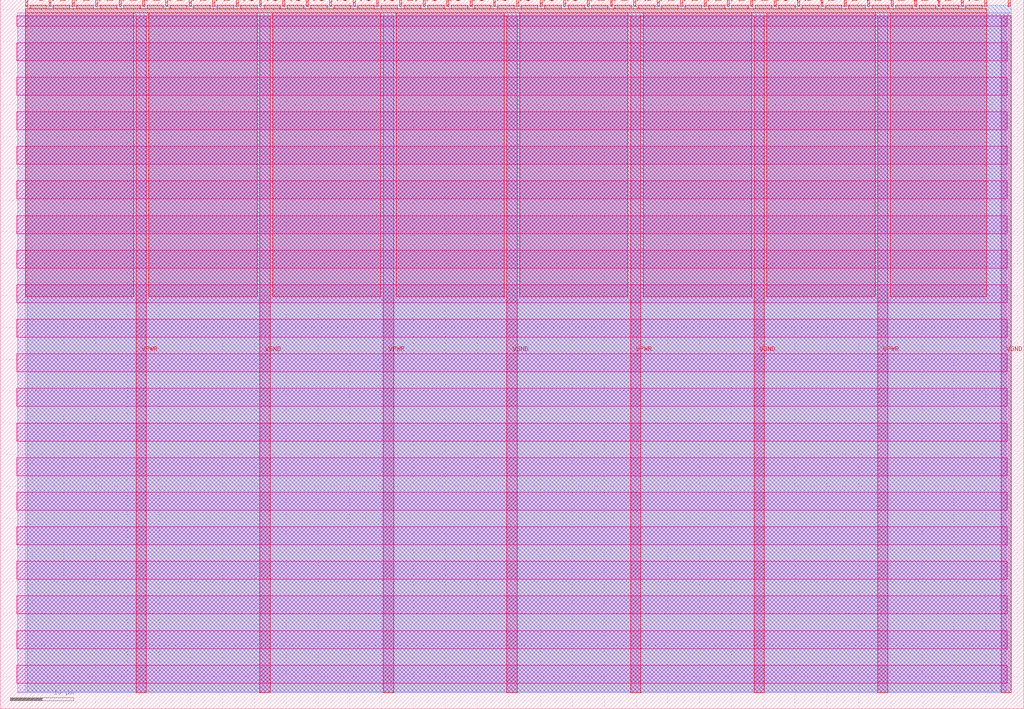
<source format=lef>
VERSION 5.7 ;
  NOWIREEXTENSIONATPIN ON ;
  DIVIDERCHAR "/" ;
  BUSBITCHARS "[]" ;
MACRO tt_um_multiplier_mbm
  CLASS BLOCK ;
  FOREIGN tt_um_multiplier_mbm ;
  ORIGIN 0.000 0.000 ;
  SIZE 161.000 BY 111.520 ;
  PIN VGND
    DIRECTION INOUT ;
    USE GROUND ;
    PORT
      LAYER met4 ;
        RECT 40.830 2.480 42.430 109.040 ;
    END
    PORT
      LAYER met4 ;
        RECT 79.700 2.480 81.300 109.040 ;
    END
    PORT
      LAYER met4 ;
        RECT 118.570 2.480 120.170 109.040 ;
    END
    PORT
      LAYER met4 ;
        RECT 157.440 2.480 159.040 109.040 ;
    END
  END VGND
  PIN VPWR
    DIRECTION INOUT ;
    USE POWER ;
    PORT
      LAYER met4 ;
        RECT 21.395 2.480 22.995 109.040 ;
    END
    PORT
      LAYER met4 ;
        RECT 60.265 2.480 61.865 109.040 ;
    END
    PORT
      LAYER met4 ;
        RECT 99.135 2.480 100.735 109.040 ;
    END
    PORT
      LAYER met4 ;
        RECT 138.005 2.480 139.605 109.040 ;
    END
  END VPWR
  PIN clk
    DIRECTION INPUT ;
    USE SIGNAL ;
    ANTENNAGATEAREA 0.852000 ;
    PORT
      LAYER met4 ;
        RECT 154.870 110.520 155.170 111.520 ;
    END
  END clk
  PIN ena
    DIRECTION INPUT ;
    USE SIGNAL ;
    PORT
      LAYER met4 ;
        RECT 158.550 110.520 158.850 111.520 ;
    END
  END ena
  PIN rst_n
    DIRECTION INPUT ;
    USE SIGNAL ;
    PORT
      LAYER met4 ;
        RECT 151.190 110.520 151.490 111.520 ;
    END
  END rst_n
  PIN ui_in[0]
    DIRECTION INPUT ;
    USE SIGNAL ;
    ANTENNAGATEAREA 0.196500 ;
    PORT
      LAYER met4 ;
        RECT 147.510 110.520 147.810 111.520 ;
    END
  END ui_in[0]
  PIN ui_in[1]
    DIRECTION INPUT ;
    USE SIGNAL ;
    ANTENNAGATEAREA 0.196500 ;
    PORT
      LAYER met4 ;
        RECT 143.830 110.520 144.130 111.520 ;
    END
  END ui_in[1]
  PIN ui_in[2]
    DIRECTION INPUT ;
    USE SIGNAL ;
    ANTENNAGATEAREA 0.196500 ;
    PORT
      LAYER met4 ;
        RECT 140.150 110.520 140.450 111.520 ;
    END
  END ui_in[2]
  PIN ui_in[3]
    DIRECTION INPUT ;
    USE SIGNAL ;
    ANTENNAGATEAREA 0.196500 ;
    PORT
      LAYER met4 ;
        RECT 136.470 110.520 136.770 111.520 ;
    END
  END ui_in[3]
  PIN ui_in[4]
    DIRECTION INPUT ;
    USE SIGNAL ;
    ANTENNAGATEAREA 0.196500 ;
    PORT
      LAYER met4 ;
        RECT 132.790 110.520 133.090 111.520 ;
    END
  END ui_in[4]
  PIN ui_in[5]
    DIRECTION INPUT ;
    USE SIGNAL ;
    ANTENNAGATEAREA 0.196500 ;
    PORT
      LAYER met4 ;
        RECT 129.110 110.520 129.410 111.520 ;
    END
  END ui_in[5]
  PIN ui_in[6]
    DIRECTION INPUT ;
    USE SIGNAL ;
    ANTENNAGATEAREA 0.196500 ;
    PORT
      LAYER met4 ;
        RECT 125.430 110.520 125.730 111.520 ;
    END
  END ui_in[6]
  PIN ui_in[7]
    DIRECTION INPUT ;
    USE SIGNAL ;
    ANTENNAGATEAREA 0.196500 ;
    PORT
      LAYER met4 ;
        RECT 121.750 110.520 122.050 111.520 ;
    END
  END ui_in[7]
  PIN uio_in[0]
    DIRECTION INPUT ;
    USE SIGNAL ;
    ANTENNAGATEAREA 0.196500 ;
    PORT
      LAYER met4 ;
        RECT 118.070 110.520 118.370 111.520 ;
    END
  END uio_in[0]
  PIN uio_in[1]
    DIRECTION INPUT ;
    USE SIGNAL ;
    ANTENNAGATEAREA 0.196500 ;
    PORT
      LAYER met4 ;
        RECT 114.390 110.520 114.690 111.520 ;
    END
  END uio_in[1]
  PIN uio_in[2]
    DIRECTION INPUT ;
    USE SIGNAL ;
    ANTENNAGATEAREA 0.213000 ;
    PORT
      LAYER met4 ;
        RECT 110.710 110.520 111.010 111.520 ;
    END
  END uio_in[2]
  PIN uio_in[3]
    DIRECTION INPUT ;
    USE SIGNAL ;
    ANTENNAGATEAREA 0.213000 ;
    PORT
      LAYER met4 ;
        RECT 107.030 110.520 107.330 111.520 ;
    END
  END uio_in[3]
  PIN uio_in[4]
    DIRECTION INPUT ;
    USE SIGNAL ;
    ANTENNAGATEAREA 0.213000 ;
    PORT
      LAYER met4 ;
        RECT 103.350 110.520 103.650 111.520 ;
    END
  END uio_in[4]
  PIN uio_in[5]
    DIRECTION INPUT ;
    USE SIGNAL ;
    ANTENNAGATEAREA 0.196500 ;
    PORT
      LAYER met4 ;
        RECT 99.670 110.520 99.970 111.520 ;
    END
  END uio_in[5]
  PIN uio_in[6]
    DIRECTION INPUT ;
    USE SIGNAL ;
    ANTENNAGATEAREA 0.196500 ;
    PORT
      LAYER met4 ;
        RECT 95.990 110.520 96.290 111.520 ;
    END
  END uio_in[6]
  PIN uio_in[7]
    DIRECTION INPUT ;
    USE SIGNAL ;
    ANTENNAGATEAREA 0.126000 ;
    PORT
      LAYER met4 ;
        RECT 92.310 110.520 92.610 111.520 ;
    END
  END uio_in[7]
  PIN uio_oe[0]
    DIRECTION OUTPUT TRISTATE ;
    USE SIGNAL ;
    PORT
      LAYER met4 ;
        RECT 29.750 110.520 30.050 111.520 ;
    END
  END uio_oe[0]
  PIN uio_oe[1]
    DIRECTION OUTPUT TRISTATE ;
    USE SIGNAL ;
    PORT
      LAYER met4 ;
        RECT 26.070 110.520 26.370 111.520 ;
    END
  END uio_oe[1]
  PIN uio_oe[2]
    DIRECTION OUTPUT TRISTATE ;
    USE SIGNAL ;
    PORT
      LAYER met4 ;
        RECT 22.390 110.520 22.690 111.520 ;
    END
  END uio_oe[2]
  PIN uio_oe[3]
    DIRECTION OUTPUT TRISTATE ;
    USE SIGNAL ;
    PORT
      LAYER met4 ;
        RECT 18.710 110.520 19.010 111.520 ;
    END
  END uio_oe[3]
  PIN uio_oe[4]
    DIRECTION OUTPUT TRISTATE ;
    USE SIGNAL ;
    PORT
      LAYER met4 ;
        RECT 15.030 110.520 15.330 111.520 ;
    END
  END uio_oe[4]
  PIN uio_oe[5]
    DIRECTION OUTPUT TRISTATE ;
    USE SIGNAL ;
    PORT
      LAYER met4 ;
        RECT 11.350 110.520 11.650 111.520 ;
    END
  END uio_oe[5]
  PIN uio_oe[6]
    DIRECTION OUTPUT TRISTATE ;
    USE SIGNAL ;
    PORT
      LAYER met4 ;
        RECT 7.670 110.520 7.970 111.520 ;
    END
  END uio_oe[6]
  PIN uio_oe[7]
    DIRECTION OUTPUT TRISTATE ;
    USE SIGNAL ;
    PORT
      LAYER met4 ;
        RECT 3.990 110.520 4.290 111.520 ;
    END
  END uio_oe[7]
  PIN uio_out[0]
    DIRECTION OUTPUT TRISTATE ;
    USE SIGNAL ;
    ANTENNADIFFAREA 0.445500 ;
    PORT
      LAYER met4 ;
        RECT 59.190 110.520 59.490 111.520 ;
    END
  END uio_out[0]
  PIN uio_out[1]
    DIRECTION OUTPUT TRISTATE ;
    USE SIGNAL ;
    ANTENNADIFFAREA 0.445500 ;
    PORT
      LAYER met4 ;
        RECT 55.510 110.520 55.810 111.520 ;
    END
  END uio_out[1]
  PIN uio_out[2]
    DIRECTION OUTPUT TRISTATE ;
    USE SIGNAL ;
    ANTENNADIFFAREA 0.445500 ;
    PORT
      LAYER met4 ;
        RECT 51.830 110.520 52.130 111.520 ;
    END
  END uio_out[2]
  PIN uio_out[3]
    DIRECTION OUTPUT TRISTATE ;
    USE SIGNAL ;
    ANTENNADIFFAREA 0.445500 ;
    PORT
      LAYER met4 ;
        RECT 48.150 110.520 48.450 111.520 ;
    END
  END uio_out[3]
  PIN uio_out[4]
    DIRECTION OUTPUT TRISTATE ;
    USE SIGNAL ;
    ANTENNADIFFAREA 0.445500 ;
    PORT
      LAYER met4 ;
        RECT 44.470 110.520 44.770 111.520 ;
    END
  END uio_out[4]
  PIN uio_out[5]
    DIRECTION OUTPUT TRISTATE ;
    USE SIGNAL ;
    ANTENNADIFFAREA 0.445500 ;
    PORT
      LAYER met4 ;
        RECT 40.790 110.520 41.090 111.520 ;
    END
  END uio_out[5]
  PIN uio_out[6]
    DIRECTION OUTPUT TRISTATE ;
    USE SIGNAL ;
    ANTENNADIFFAREA 0.445500 ;
    PORT
      LAYER met4 ;
        RECT 37.110 110.520 37.410 111.520 ;
    END
  END uio_out[6]
  PIN uio_out[7]
    DIRECTION OUTPUT TRISTATE ;
    USE SIGNAL ;
    ANTENNADIFFAREA 0.445500 ;
    PORT
      LAYER met4 ;
        RECT 33.430 110.520 33.730 111.520 ;
    END
  END uio_out[7]
  PIN uo_out[0]
    DIRECTION OUTPUT TRISTATE ;
    USE SIGNAL ;
    ANTENNADIFFAREA 0.445500 ;
    PORT
      LAYER met4 ;
        RECT 88.630 110.520 88.930 111.520 ;
    END
  END uo_out[0]
  PIN uo_out[1]
    DIRECTION OUTPUT TRISTATE ;
    USE SIGNAL ;
    ANTENNADIFFAREA 0.445500 ;
    PORT
      LAYER met4 ;
        RECT 84.950 110.520 85.250 111.520 ;
    END
  END uo_out[1]
  PIN uo_out[2]
    DIRECTION OUTPUT TRISTATE ;
    USE SIGNAL ;
    ANTENNADIFFAREA 0.445500 ;
    PORT
      LAYER met4 ;
        RECT 81.270 110.520 81.570 111.520 ;
    END
  END uo_out[2]
  PIN uo_out[3]
    DIRECTION OUTPUT TRISTATE ;
    USE SIGNAL ;
    ANTENNADIFFAREA 0.445500 ;
    PORT
      LAYER met4 ;
        RECT 77.590 110.520 77.890 111.520 ;
    END
  END uo_out[3]
  PIN uo_out[4]
    DIRECTION OUTPUT TRISTATE ;
    USE SIGNAL ;
    ANTENNADIFFAREA 0.445500 ;
    PORT
      LAYER met4 ;
        RECT 73.910 110.520 74.210 111.520 ;
    END
  END uo_out[4]
  PIN uo_out[5]
    DIRECTION OUTPUT TRISTATE ;
    USE SIGNAL ;
    ANTENNADIFFAREA 0.445500 ;
    PORT
      LAYER met4 ;
        RECT 70.230 110.520 70.530 111.520 ;
    END
  END uo_out[5]
  PIN uo_out[6]
    DIRECTION OUTPUT TRISTATE ;
    USE SIGNAL ;
    ANTENNADIFFAREA 0.445500 ;
    PORT
      LAYER met4 ;
        RECT 66.550 110.520 66.850 111.520 ;
    END
  END uo_out[6]
  PIN uo_out[7]
    DIRECTION OUTPUT TRISTATE ;
    USE SIGNAL ;
    ANTENNADIFFAREA 0.445500 ;
    PORT
      LAYER met4 ;
        RECT 62.870 110.520 63.170 111.520 ;
    END
  END uo_out[7]
  OBS
      LAYER nwell ;
        RECT 2.570 107.385 158.430 108.990 ;
        RECT 2.570 101.945 158.430 104.775 ;
        RECT 2.570 96.505 158.430 99.335 ;
        RECT 2.570 91.065 158.430 93.895 ;
        RECT 2.570 85.625 158.430 88.455 ;
        RECT 2.570 80.185 158.430 83.015 ;
        RECT 2.570 74.745 158.430 77.575 ;
        RECT 2.570 69.305 158.430 72.135 ;
        RECT 2.570 63.865 158.430 66.695 ;
        RECT 2.570 58.425 158.430 61.255 ;
        RECT 2.570 52.985 158.430 55.815 ;
        RECT 2.570 47.545 158.430 50.375 ;
        RECT 2.570 42.105 158.430 44.935 ;
        RECT 2.570 36.665 158.430 39.495 ;
        RECT 2.570 31.225 158.430 34.055 ;
        RECT 2.570 25.785 158.430 28.615 ;
        RECT 2.570 20.345 158.430 23.175 ;
        RECT 2.570 14.905 158.430 17.735 ;
        RECT 2.570 9.465 158.430 12.295 ;
        RECT 2.570 4.025 158.430 6.855 ;
      LAYER li1 ;
        RECT 2.760 2.635 158.240 108.885 ;
      LAYER met1 ;
        RECT 2.760 2.480 159.040 109.440 ;
      LAYER met2 ;
        RECT 4.230 2.535 159.010 110.685 ;
      LAYER met3 ;
        RECT 3.950 2.555 159.030 110.665 ;
      LAYER met4 ;
        RECT 4.690 110.120 7.270 110.665 ;
        RECT 8.370 110.120 10.950 110.665 ;
        RECT 12.050 110.120 14.630 110.665 ;
        RECT 15.730 110.120 18.310 110.665 ;
        RECT 19.410 110.120 21.990 110.665 ;
        RECT 23.090 110.120 25.670 110.665 ;
        RECT 26.770 110.120 29.350 110.665 ;
        RECT 30.450 110.120 33.030 110.665 ;
        RECT 34.130 110.120 36.710 110.665 ;
        RECT 37.810 110.120 40.390 110.665 ;
        RECT 41.490 110.120 44.070 110.665 ;
        RECT 45.170 110.120 47.750 110.665 ;
        RECT 48.850 110.120 51.430 110.665 ;
        RECT 52.530 110.120 55.110 110.665 ;
        RECT 56.210 110.120 58.790 110.665 ;
        RECT 59.890 110.120 62.470 110.665 ;
        RECT 63.570 110.120 66.150 110.665 ;
        RECT 67.250 110.120 69.830 110.665 ;
        RECT 70.930 110.120 73.510 110.665 ;
        RECT 74.610 110.120 77.190 110.665 ;
        RECT 78.290 110.120 80.870 110.665 ;
        RECT 81.970 110.120 84.550 110.665 ;
        RECT 85.650 110.120 88.230 110.665 ;
        RECT 89.330 110.120 91.910 110.665 ;
        RECT 93.010 110.120 95.590 110.665 ;
        RECT 96.690 110.120 99.270 110.665 ;
        RECT 100.370 110.120 102.950 110.665 ;
        RECT 104.050 110.120 106.630 110.665 ;
        RECT 107.730 110.120 110.310 110.665 ;
        RECT 111.410 110.120 113.990 110.665 ;
        RECT 115.090 110.120 117.670 110.665 ;
        RECT 118.770 110.120 121.350 110.665 ;
        RECT 122.450 110.120 125.030 110.665 ;
        RECT 126.130 110.120 128.710 110.665 ;
        RECT 129.810 110.120 132.390 110.665 ;
        RECT 133.490 110.120 136.070 110.665 ;
        RECT 137.170 110.120 139.750 110.665 ;
        RECT 140.850 110.120 143.430 110.665 ;
        RECT 144.530 110.120 147.110 110.665 ;
        RECT 148.210 110.120 150.790 110.665 ;
        RECT 151.890 110.120 154.470 110.665 ;
        RECT 3.975 109.440 155.185 110.120 ;
        RECT 3.975 64.775 20.995 109.440 ;
        RECT 23.395 64.775 40.430 109.440 ;
        RECT 42.830 64.775 59.865 109.440 ;
        RECT 62.265 64.775 79.300 109.440 ;
        RECT 81.700 64.775 98.735 109.440 ;
        RECT 101.135 64.775 118.170 109.440 ;
        RECT 120.570 64.775 137.605 109.440 ;
        RECT 140.005 64.775 155.185 109.440 ;
  END
END tt_um_multiplier_mbm
END LIBRARY


</source>
